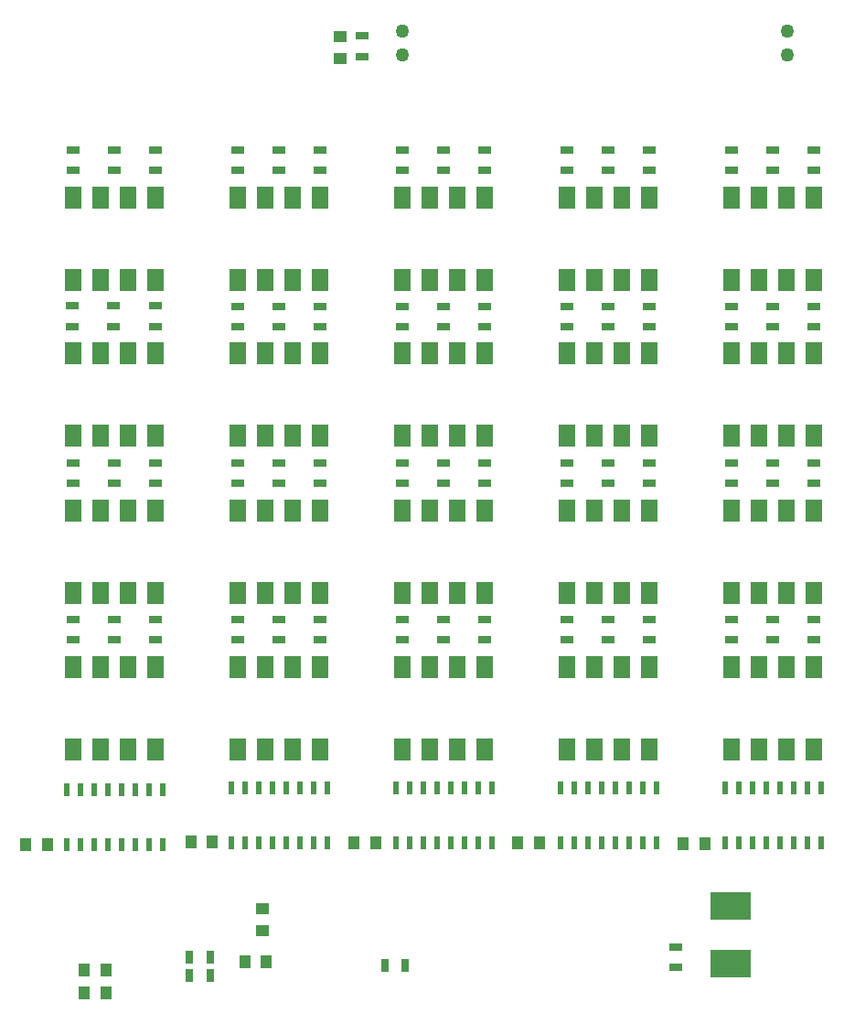
<source format=gbp>
G04 #@! TF.GenerationSoftware,KiCad,Pcbnew,5.1.9+dfsg1-1~bpo10+1*
G04 #@! TF.CreationDate,2021-10-28T21:46:11+00:00*
G04 #@! TF.ProjectId,40-channel-hv-switching-board,34302d63-6861-46e6-9e65-6c2d68762d73,3.1.1*
G04 #@! TF.SameCoordinates,Original*
G04 #@! TF.FileFunction,Paste,Bot*
G04 #@! TF.FilePolarity,Positive*
%FSLAX46Y46*%
G04 Gerber Fmt 4.6, Leading zero omitted, Abs format (unit mm)*
G04 Created by KiCad (PCBNEW 5.1.9+dfsg1-1~bpo10+1) date 2021-10-28 21:46:11*
%MOMM*%
%LPD*%
G01*
G04 APERTURE LIST*
%ADD10R,1.524000X2.032000*%
%ADD11R,1.300000X0.700000*%
%ADD12R,3.749040X2.550160*%
%ADD13R,0.508000X1.143000*%
%ADD14R,1.000000X1.250000*%
%ADD15R,1.250000X1.000000*%
%ADD16R,0.700000X1.300000*%
%ADD17C,1.270000*%
G04 APERTURE END LIST*
D10*
X78471250Y-54288750D03*
X81011250Y-54288750D03*
X83551250Y-54288750D03*
X86091250Y-54288750D03*
X86091250Y-61908750D03*
X83551250Y-61908750D03*
X81011250Y-61908750D03*
X78471250Y-61908750D03*
D11*
X67041250Y-49958750D03*
X67041250Y-51858750D03*
D12*
X93600000Y-105399980D03*
X93600000Y-110800020D03*
D10*
X32751250Y-39908750D03*
X35291250Y-39908750D03*
X37831250Y-39908750D03*
X40371250Y-39908750D03*
X40371250Y-47528750D03*
X37831250Y-47528750D03*
X35291250Y-47528750D03*
X32751250Y-47528750D03*
X32751250Y-54288750D03*
X35291250Y-54288750D03*
X37831250Y-54288750D03*
X40371250Y-54288750D03*
X40371250Y-61908750D03*
X37831250Y-61908750D03*
X35291250Y-61908750D03*
X32751250Y-61908750D03*
X32751250Y-68868750D03*
X35291250Y-68868750D03*
X37831250Y-68868750D03*
X40371250Y-68868750D03*
X40371250Y-76488750D03*
X37831250Y-76488750D03*
X35291250Y-76488750D03*
X32751250Y-76488750D03*
X32751250Y-83348750D03*
X35291250Y-83348750D03*
X37831250Y-83348750D03*
X40371250Y-83348750D03*
X40371250Y-90968750D03*
X37831250Y-90968750D03*
X35291250Y-90968750D03*
X32751250Y-90968750D03*
X47991250Y-39908750D03*
X50531250Y-39908750D03*
X53071250Y-39908750D03*
X55611250Y-39908750D03*
X55611250Y-47528750D03*
X53071250Y-47528750D03*
X50531250Y-47528750D03*
X47991250Y-47528750D03*
X47991250Y-54288750D03*
X50531250Y-54288750D03*
X53071250Y-54288750D03*
X55611250Y-54288750D03*
X55611250Y-61908750D03*
X53071250Y-61908750D03*
X50531250Y-61908750D03*
X47991250Y-61908750D03*
X47991250Y-68868750D03*
X50531250Y-68868750D03*
X53071250Y-68868750D03*
X55611250Y-68868750D03*
X55611250Y-76488750D03*
X53071250Y-76488750D03*
X50531250Y-76488750D03*
X47991250Y-76488750D03*
X47991250Y-83348750D03*
X50531250Y-83348750D03*
X53071250Y-83348750D03*
X55611250Y-83348750D03*
X55611250Y-90968750D03*
X53071250Y-90968750D03*
X50531250Y-90968750D03*
X47991250Y-90968750D03*
X63231250Y-39908750D03*
X65771250Y-39908750D03*
X68311250Y-39908750D03*
X70851250Y-39908750D03*
X70851250Y-47528750D03*
X68311250Y-47528750D03*
X65771250Y-47528750D03*
X63231250Y-47528750D03*
X63231250Y-54288750D03*
X65771250Y-54288750D03*
X68311250Y-54288750D03*
X70851250Y-54288750D03*
X70851250Y-61908750D03*
X68311250Y-61908750D03*
X65771250Y-61908750D03*
X63231250Y-61908750D03*
X63231250Y-68868750D03*
X65771250Y-68868750D03*
X68311250Y-68868750D03*
X70851250Y-68868750D03*
X70851250Y-76488750D03*
X68311250Y-76488750D03*
X65771250Y-76488750D03*
X63231250Y-76488750D03*
X63231250Y-83348750D03*
X65771250Y-83348750D03*
X68311250Y-83348750D03*
X70851250Y-83348750D03*
X70851250Y-90968750D03*
X68311250Y-90968750D03*
X65771250Y-90968750D03*
X63231250Y-90968750D03*
X78471250Y-39908750D03*
X81011250Y-39908750D03*
X83551250Y-39908750D03*
X86091250Y-39908750D03*
X86091250Y-47528750D03*
X83551250Y-47528750D03*
X81011250Y-47528750D03*
X78471250Y-47528750D03*
X78471250Y-68868750D03*
X81011250Y-68868750D03*
X83551250Y-68868750D03*
X86091250Y-68868750D03*
X86091250Y-76488750D03*
X83551250Y-76488750D03*
X81011250Y-76488750D03*
X78471250Y-76488750D03*
X78471250Y-83348750D03*
X81011250Y-83348750D03*
X83551250Y-83348750D03*
X86091250Y-83348750D03*
X86091250Y-90968750D03*
X83551250Y-90968750D03*
X81011250Y-90968750D03*
X78471250Y-90968750D03*
X93711250Y-39908750D03*
X96251250Y-39908750D03*
X98791250Y-39908750D03*
X101331250Y-39908750D03*
X101331250Y-47528750D03*
X98791250Y-47528750D03*
X96251250Y-47528750D03*
X93711250Y-47528750D03*
X93711250Y-54288750D03*
X96251250Y-54288750D03*
X98791250Y-54288750D03*
X101331250Y-54288750D03*
X101331250Y-61908750D03*
X98791250Y-61908750D03*
X96251250Y-61908750D03*
X93711250Y-61908750D03*
X93711250Y-68868750D03*
X96251250Y-68868750D03*
X98791250Y-68868750D03*
X101331250Y-68868750D03*
X101331250Y-76488750D03*
X98791250Y-76488750D03*
X96251250Y-76488750D03*
X93711250Y-76488750D03*
X93711250Y-83348750D03*
X96251250Y-83348750D03*
X98791250Y-83348750D03*
X101331250Y-83348750D03*
X101331250Y-90968750D03*
X98791250Y-90968750D03*
X96251250Y-90968750D03*
X93711250Y-90968750D03*
D13*
X32116250Y-94651750D03*
X33386250Y-94651750D03*
X34656250Y-94651750D03*
X35926250Y-94651750D03*
X37196250Y-94651750D03*
X38466250Y-94651750D03*
X39736250Y-94651750D03*
X41006250Y-94651750D03*
X41006250Y-99731750D03*
X39736250Y-99731750D03*
X38466250Y-99731750D03*
X37196250Y-99731750D03*
X35926250Y-99731750D03*
X34656250Y-99731750D03*
X33386250Y-99731750D03*
X32116250Y-99731750D03*
X47356250Y-94524750D03*
X48626250Y-94524750D03*
X49896250Y-94524750D03*
X51166250Y-94524750D03*
X52436250Y-94524750D03*
X53706250Y-94524750D03*
X54976250Y-94524750D03*
X56246250Y-94524750D03*
X56246250Y-99604750D03*
X54976250Y-99604750D03*
X53706250Y-99604750D03*
X52436250Y-99604750D03*
X51166250Y-99604750D03*
X49896250Y-99604750D03*
X48626250Y-99604750D03*
X47356250Y-99604750D03*
X62596250Y-94524750D03*
X63866250Y-94524750D03*
X65136250Y-94524750D03*
X66406250Y-94524750D03*
X67676250Y-94524750D03*
X68946250Y-94524750D03*
X70216250Y-94524750D03*
X71486250Y-94524750D03*
X71486250Y-99604750D03*
X70216250Y-99604750D03*
X68946250Y-99604750D03*
X67676250Y-99604750D03*
X66406250Y-99604750D03*
X65136250Y-99604750D03*
X63866250Y-99604750D03*
X62596250Y-99604750D03*
X77836250Y-94524750D03*
X79106250Y-94524750D03*
X80376250Y-94524750D03*
X81646250Y-94524750D03*
X82916250Y-94524750D03*
X84186250Y-94524750D03*
X85456250Y-94524750D03*
X86726250Y-94524750D03*
X86726250Y-99604750D03*
X85456250Y-99604750D03*
X84186250Y-99604750D03*
X82916250Y-99604750D03*
X81646250Y-99604750D03*
X80376250Y-99604750D03*
X79106250Y-99604750D03*
X77836250Y-99604750D03*
X93076250Y-94524750D03*
X94346250Y-94524750D03*
X95616250Y-94524750D03*
X96886250Y-94524750D03*
X98156250Y-94524750D03*
X99426250Y-94524750D03*
X100696250Y-94524750D03*
X101966250Y-94524750D03*
X101966250Y-99604750D03*
X100696250Y-99604750D03*
X99426250Y-99604750D03*
X98156250Y-99604750D03*
X96886250Y-99604750D03*
X95616250Y-99604750D03*
X94346250Y-99604750D03*
X93076250Y-99604750D03*
D14*
X30300000Y-99800000D03*
X28300000Y-99800000D03*
X75900000Y-99600000D03*
X73900000Y-99600000D03*
X45600000Y-99500000D03*
X43600000Y-99500000D03*
X91200000Y-99700000D03*
X89200000Y-99700000D03*
X60700000Y-99600000D03*
X58700000Y-99600000D03*
D15*
X50200000Y-107700000D03*
X50200000Y-105700000D03*
D11*
X36461250Y-49931750D03*
X36461250Y-51831750D03*
X36561250Y-64438750D03*
X36561250Y-66338750D03*
X51801250Y-49958750D03*
X51801250Y-51858750D03*
X51801250Y-64438750D03*
X51801250Y-66338750D03*
X67041250Y-64438750D03*
X67041250Y-66338750D03*
X82281250Y-49958750D03*
X82281250Y-51858750D03*
X82281250Y-64438750D03*
X82281250Y-66338750D03*
X88500000Y-109250000D03*
X88500000Y-111150000D03*
X97521250Y-49958750D03*
X97521250Y-51858750D03*
X97521250Y-64438750D03*
X97521250Y-66338750D03*
X32751250Y-37378750D03*
X32751250Y-35478750D03*
X36561250Y-35478750D03*
X36561250Y-37378750D03*
X32651250Y-51831750D03*
X32651250Y-49931750D03*
X32751250Y-66338750D03*
X32751250Y-64438750D03*
X32751250Y-80818750D03*
X32751250Y-78918750D03*
X36561250Y-78918750D03*
X36561250Y-80818750D03*
X40371250Y-35478750D03*
X40371250Y-37378750D03*
X40371250Y-49931750D03*
X40371250Y-51831750D03*
X40371250Y-64438750D03*
X40371250Y-66338750D03*
X40371250Y-78918750D03*
X40371250Y-80818750D03*
X51801250Y-35478750D03*
X51801250Y-37378750D03*
X47991250Y-37378750D03*
X47991250Y-35478750D03*
X47991250Y-51858750D03*
X47991250Y-49958750D03*
X47991250Y-66338750D03*
X47991250Y-64438750D03*
X47991250Y-80818750D03*
X47991250Y-78918750D03*
X51801250Y-78918750D03*
X51801250Y-80818750D03*
X55611250Y-35478750D03*
X55611250Y-37378750D03*
X55611250Y-49958750D03*
X55611250Y-51858750D03*
X55611250Y-64438750D03*
X55611250Y-66338750D03*
X55611250Y-78918750D03*
X55611250Y-80818750D03*
X67041250Y-35478750D03*
X67041250Y-37378750D03*
X63231250Y-37378750D03*
X63231250Y-35478750D03*
X63231250Y-51858750D03*
X63231250Y-49958750D03*
X63231250Y-66338750D03*
X63231250Y-64438750D03*
X63231250Y-80818750D03*
X63231250Y-78918750D03*
X67041250Y-78918750D03*
X67041250Y-80818750D03*
X70851250Y-35478750D03*
X70851250Y-37378750D03*
X70851250Y-49958750D03*
X70851250Y-51858750D03*
X70851250Y-64438750D03*
X70851250Y-66338750D03*
X70851250Y-78918750D03*
X70851250Y-80818750D03*
X82281250Y-35478750D03*
X82281250Y-37378750D03*
X78471250Y-37378750D03*
X78471250Y-35478750D03*
X78471250Y-51858750D03*
X78471250Y-49958750D03*
X78471250Y-66338750D03*
X78471250Y-64438750D03*
X78471250Y-80818750D03*
X78471250Y-78918750D03*
X82281250Y-78918750D03*
X82281250Y-80818750D03*
X86091250Y-35478750D03*
X86091250Y-37378750D03*
X86091250Y-49958750D03*
X86091250Y-51858750D03*
X86091250Y-64438750D03*
X86091250Y-66338750D03*
X86091250Y-78918750D03*
X86091250Y-80818750D03*
X93711250Y-37378750D03*
X93711250Y-35478750D03*
X97521250Y-35478750D03*
X97521250Y-37378750D03*
X93711250Y-51858750D03*
X93711250Y-49958750D03*
X93711250Y-66338750D03*
X93711250Y-64438750D03*
X93711250Y-80818750D03*
X93711250Y-78918750D03*
X97521250Y-78918750D03*
X97521250Y-80818750D03*
X101331250Y-35478750D03*
X101331250Y-37378750D03*
X101331250Y-49958750D03*
X101331250Y-51858750D03*
X101331250Y-64438750D03*
X101331250Y-66338750D03*
X101331250Y-78918750D03*
X101331250Y-80818750D03*
D14*
X50600000Y-110600000D03*
X48600000Y-110600000D03*
X33725000Y-111400000D03*
X35725000Y-111400000D03*
X33725000Y-113475000D03*
X35725000Y-113475000D03*
D16*
X45400000Y-110200000D03*
X43500000Y-110200000D03*
X45400000Y-111900000D03*
X43500000Y-111900000D03*
D17*
X98830800Y-24473200D03*
X63169200Y-24473200D03*
X98830800Y-26733800D03*
X63169200Y-26733800D03*
D16*
X63475000Y-110950000D03*
X61575000Y-110950000D03*
D11*
X59500000Y-24950000D03*
X59500000Y-26850000D03*
D15*
X57400000Y-27000000D03*
X57400000Y-25000000D03*
M02*

</source>
